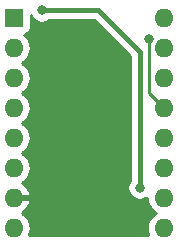
<source format=gbr>
G04 #@! TF.GenerationSoftware,KiCad,Pcbnew,(5.1.4)-1*
G04 #@! TF.CreationDate,2020-09-18T11:40:10-05:00*
G04 #@! TF.ProjectId,pt100stick,70743130-3073-4746-9963-6b2e6b696361,rev?*
G04 #@! TF.SameCoordinates,Original*
G04 #@! TF.FileFunction,Copper,L2,Bot*
G04 #@! TF.FilePolarity,Positive*
%FSLAX46Y46*%
G04 Gerber Fmt 4.6, Leading zero omitted, Abs format (unit mm)*
G04 Created by KiCad (PCBNEW (5.1.4)-1) date 2020-09-18 11:40:10*
%MOMM*%
%LPD*%
G04 APERTURE LIST*
%ADD10O,1.600000X1.600000*%
%ADD11R,1.600000X1.600000*%
%ADD12C,0.800000*%
%ADD13C,0.250000*%
%ADD14C,0.400000*%
%ADD15C,0.254000*%
G04 APERTURE END LIST*
D10*
X154940000Y-71120000D03*
X142240000Y-88900000D03*
X154940000Y-73660000D03*
X142240000Y-86360000D03*
X154940000Y-76200000D03*
X142240000Y-83820000D03*
X154940000Y-78740000D03*
X142240000Y-81280000D03*
X154940000Y-81280000D03*
X142240000Y-78740000D03*
X154940000Y-83820000D03*
X142240000Y-76200000D03*
X154940000Y-86360000D03*
X142240000Y-73660000D03*
X154940000Y-88900000D03*
D11*
X142240000Y-71120000D03*
D12*
X147193000Y-78613000D03*
X150114000Y-73533000D03*
X153670000Y-72898000D03*
X144629120Y-70500000D03*
X152908000Y-85496400D03*
D13*
X154559000Y-78359000D02*
X154940000Y-78740000D01*
X154686000Y-78994000D02*
X154940000Y-78740000D01*
X153670000Y-77470000D02*
X153670000Y-72898000D01*
X154940000Y-78740000D02*
X153670000Y-77470000D01*
D14*
X152908000Y-78282800D02*
X152908000Y-85496400D01*
X144629120Y-70500000D02*
X149392400Y-70500000D01*
X152908000Y-74015600D02*
X152908000Y-75793600D01*
X149392400Y-70500000D02*
X152908000Y-74015600D01*
X152908000Y-78282800D02*
X152908000Y-75793600D01*
X152908000Y-75793600D02*
X152908000Y-75142998D01*
D15*
G36*
X143711915Y-70990256D02*
G01*
X143825183Y-71159774D01*
X143969346Y-71303937D01*
X144138864Y-71417205D01*
X144327222Y-71495226D01*
X144527181Y-71535000D01*
X144731059Y-71535000D01*
X144931018Y-71495226D01*
X145119376Y-71417205D01*
X145242405Y-71335000D01*
X149046533Y-71335000D01*
X152073000Y-74361468D01*
X152073001Y-75101973D01*
X152073000Y-75101979D01*
X152073000Y-75834618D01*
X152073001Y-75834628D01*
X152073000Y-78241781D01*
X152073000Y-78241782D01*
X152073001Y-84883114D01*
X151990795Y-85006144D01*
X151912774Y-85194502D01*
X151873000Y-85394461D01*
X151873000Y-85598339D01*
X151912774Y-85798298D01*
X151990795Y-85986656D01*
X152104063Y-86156174D01*
X152248226Y-86300337D01*
X152417744Y-86413605D01*
X152606102Y-86491626D01*
X152806061Y-86531400D01*
X153009939Y-86531400D01*
X153209898Y-86491626D01*
X153398256Y-86413605D01*
X153499436Y-86345999D01*
X153498057Y-86360000D01*
X153525764Y-86641309D01*
X153607818Y-86911808D01*
X153741068Y-87161101D01*
X153920392Y-87379608D01*
X154138899Y-87558932D01*
X154271858Y-87630000D01*
X154138899Y-87701068D01*
X153920392Y-87880392D01*
X153741068Y-88098899D01*
X153607818Y-88348192D01*
X153525764Y-88618691D01*
X153498057Y-88900000D01*
X153525764Y-89181309D01*
X153607818Y-89451808D01*
X153625560Y-89485000D01*
X143554440Y-89485000D01*
X143572182Y-89451808D01*
X143654236Y-89181309D01*
X143681943Y-88900000D01*
X143654236Y-88618691D01*
X143572182Y-88348192D01*
X143438932Y-88098899D01*
X143259608Y-87880392D01*
X143041101Y-87701068D01*
X142903318Y-87627421D01*
X143095131Y-87512385D01*
X143303519Y-87323414D01*
X143471037Y-87097420D01*
X143591246Y-86843087D01*
X143631904Y-86709039D01*
X143509915Y-86487000D01*
X142367000Y-86487000D01*
X142367000Y-86507000D01*
X142113000Y-86507000D01*
X142113000Y-86487000D01*
X142093000Y-86487000D01*
X142093000Y-86233000D01*
X142113000Y-86233000D01*
X142113000Y-86213000D01*
X142367000Y-86213000D01*
X142367000Y-86233000D01*
X143509915Y-86233000D01*
X143631904Y-86010961D01*
X143591246Y-85876913D01*
X143471037Y-85622580D01*
X143303519Y-85396586D01*
X143095131Y-85207615D01*
X142903318Y-85092579D01*
X143041101Y-85018932D01*
X143259608Y-84839608D01*
X143438932Y-84621101D01*
X143572182Y-84371808D01*
X143654236Y-84101309D01*
X143681943Y-83820000D01*
X143654236Y-83538691D01*
X143572182Y-83268192D01*
X143438932Y-83018899D01*
X143259608Y-82800392D01*
X143041101Y-82621068D01*
X142908142Y-82550000D01*
X143041101Y-82478932D01*
X143259608Y-82299608D01*
X143438932Y-82081101D01*
X143572182Y-81831808D01*
X143654236Y-81561309D01*
X143681943Y-81280000D01*
X143654236Y-80998691D01*
X143572182Y-80728192D01*
X143438932Y-80478899D01*
X143259608Y-80260392D01*
X143041101Y-80081068D01*
X142908142Y-80010000D01*
X143041101Y-79938932D01*
X143259608Y-79759608D01*
X143438932Y-79541101D01*
X143572182Y-79291808D01*
X143654236Y-79021309D01*
X143681943Y-78740000D01*
X143654236Y-78458691D01*
X143572182Y-78188192D01*
X143438932Y-77938899D01*
X143259608Y-77720392D01*
X143041101Y-77541068D01*
X142908142Y-77470000D01*
X143041101Y-77398932D01*
X143259608Y-77219608D01*
X143438932Y-77001101D01*
X143572182Y-76751808D01*
X143654236Y-76481309D01*
X143681943Y-76200000D01*
X143654236Y-75918691D01*
X143572182Y-75648192D01*
X143438932Y-75398899D01*
X143259608Y-75180392D01*
X143041101Y-75001068D01*
X142908142Y-74930000D01*
X143041101Y-74858932D01*
X143259608Y-74679608D01*
X143438932Y-74461101D01*
X143572182Y-74211808D01*
X143654236Y-73941309D01*
X143681943Y-73660000D01*
X143654236Y-73378691D01*
X143572182Y-73108192D01*
X143438932Y-72858899D01*
X143259608Y-72640392D01*
X143146518Y-72547581D01*
X143164482Y-72545812D01*
X143284180Y-72509502D01*
X143394494Y-72450537D01*
X143491185Y-72371185D01*
X143570537Y-72274494D01*
X143629502Y-72164180D01*
X143665812Y-72044482D01*
X143678072Y-71920000D01*
X143678072Y-70908552D01*
X143711915Y-70990256D01*
X143711915Y-70990256D01*
G37*
X143711915Y-70990256D02*
X143825183Y-71159774D01*
X143969346Y-71303937D01*
X144138864Y-71417205D01*
X144327222Y-71495226D01*
X144527181Y-71535000D01*
X144731059Y-71535000D01*
X144931018Y-71495226D01*
X145119376Y-71417205D01*
X145242405Y-71335000D01*
X149046533Y-71335000D01*
X152073000Y-74361468D01*
X152073001Y-75101973D01*
X152073000Y-75101979D01*
X152073000Y-75834618D01*
X152073001Y-75834628D01*
X152073000Y-78241781D01*
X152073000Y-78241782D01*
X152073001Y-84883114D01*
X151990795Y-85006144D01*
X151912774Y-85194502D01*
X151873000Y-85394461D01*
X151873000Y-85598339D01*
X151912774Y-85798298D01*
X151990795Y-85986656D01*
X152104063Y-86156174D01*
X152248226Y-86300337D01*
X152417744Y-86413605D01*
X152606102Y-86491626D01*
X152806061Y-86531400D01*
X153009939Y-86531400D01*
X153209898Y-86491626D01*
X153398256Y-86413605D01*
X153499436Y-86345999D01*
X153498057Y-86360000D01*
X153525764Y-86641309D01*
X153607818Y-86911808D01*
X153741068Y-87161101D01*
X153920392Y-87379608D01*
X154138899Y-87558932D01*
X154271858Y-87630000D01*
X154138899Y-87701068D01*
X153920392Y-87880392D01*
X153741068Y-88098899D01*
X153607818Y-88348192D01*
X153525764Y-88618691D01*
X153498057Y-88900000D01*
X153525764Y-89181309D01*
X153607818Y-89451808D01*
X153625560Y-89485000D01*
X143554440Y-89485000D01*
X143572182Y-89451808D01*
X143654236Y-89181309D01*
X143681943Y-88900000D01*
X143654236Y-88618691D01*
X143572182Y-88348192D01*
X143438932Y-88098899D01*
X143259608Y-87880392D01*
X143041101Y-87701068D01*
X142903318Y-87627421D01*
X143095131Y-87512385D01*
X143303519Y-87323414D01*
X143471037Y-87097420D01*
X143591246Y-86843087D01*
X143631904Y-86709039D01*
X143509915Y-86487000D01*
X142367000Y-86487000D01*
X142367000Y-86507000D01*
X142113000Y-86507000D01*
X142113000Y-86487000D01*
X142093000Y-86487000D01*
X142093000Y-86233000D01*
X142113000Y-86233000D01*
X142113000Y-86213000D01*
X142367000Y-86213000D01*
X142367000Y-86233000D01*
X143509915Y-86233000D01*
X143631904Y-86010961D01*
X143591246Y-85876913D01*
X143471037Y-85622580D01*
X143303519Y-85396586D01*
X143095131Y-85207615D01*
X142903318Y-85092579D01*
X143041101Y-85018932D01*
X143259608Y-84839608D01*
X143438932Y-84621101D01*
X143572182Y-84371808D01*
X143654236Y-84101309D01*
X143681943Y-83820000D01*
X143654236Y-83538691D01*
X143572182Y-83268192D01*
X143438932Y-83018899D01*
X143259608Y-82800392D01*
X143041101Y-82621068D01*
X142908142Y-82550000D01*
X143041101Y-82478932D01*
X143259608Y-82299608D01*
X143438932Y-82081101D01*
X143572182Y-81831808D01*
X143654236Y-81561309D01*
X143681943Y-81280000D01*
X143654236Y-80998691D01*
X143572182Y-80728192D01*
X143438932Y-80478899D01*
X143259608Y-80260392D01*
X143041101Y-80081068D01*
X142908142Y-80010000D01*
X143041101Y-79938932D01*
X143259608Y-79759608D01*
X143438932Y-79541101D01*
X143572182Y-79291808D01*
X143654236Y-79021309D01*
X143681943Y-78740000D01*
X143654236Y-78458691D01*
X143572182Y-78188192D01*
X143438932Y-77938899D01*
X143259608Y-77720392D01*
X143041101Y-77541068D01*
X142908142Y-77470000D01*
X143041101Y-77398932D01*
X143259608Y-77219608D01*
X143438932Y-77001101D01*
X143572182Y-76751808D01*
X143654236Y-76481309D01*
X143681943Y-76200000D01*
X143654236Y-75918691D01*
X143572182Y-75648192D01*
X143438932Y-75398899D01*
X143259608Y-75180392D01*
X143041101Y-75001068D01*
X142908142Y-74930000D01*
X143041101Y-74858932D01*
X143259608Y-74679608D01*
X143438932Y-74461101D01*
X143572182Y-74211808D01*
X143654236Y-73941309D01*
X143681943Y-73660000D01*
X143654236Y-73378691D01*
X143572182Y-73108192D01*
X143438932Y-72858899D01*
X143259608Y-72640392D01*
X143146518Y-72547581D01*
X143164482Y-72545812D01*
X143284180Y-72509502D01*
X143394494Y-72450537D01*
X143491185Y-72371185D01*
X143570537Y-72274494D01*
X143629502Y-72164180D01*
X143665812Y-72044482D01*
X143678072Y-71920000D01*
X143678072Y-70908552D01*
X143711915Y-70990256D01*
M02*

</source>
